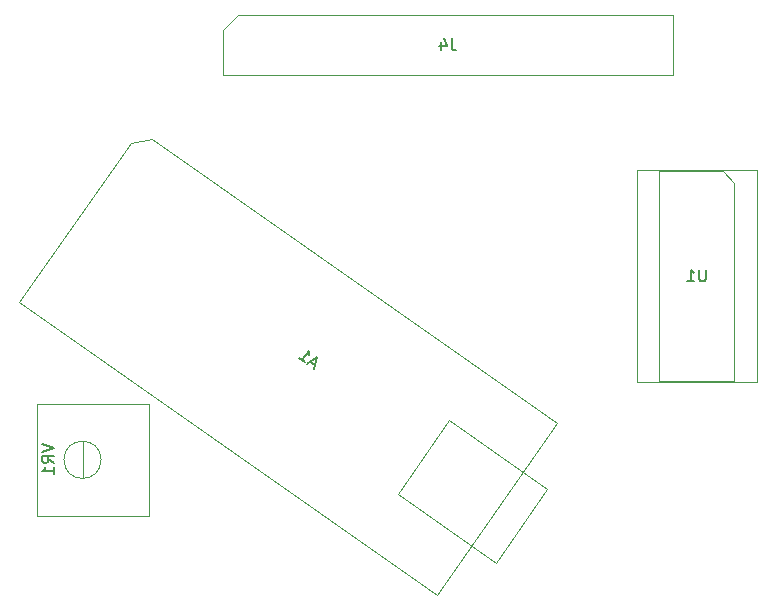
<source format=gbr>
G04 #@! TF.GenerationSoftware,KiCad,Pcbnew,7.0.11-7.0.11~ubuntu20.04.1*
G04 #@! TF.CreationDate,2024-03-27T14:10:52+00:00*
G04 #@! TF.ProjectId,Swarm-B_20230626,53776172-6d2d-4425-9f32-303233303632,rev?*
G04 #@! TF.SameCoordinates,Original*
G04 #@! TF.FileFunction,AssemblyDrawing,Bot*
%FSLAX46Y46*%
G04 Gerber Fmt 4.6, Leading zero omitted, Abs format (unit mm)*
G04 Created by KiCad (PCBNEW 7.0.11-7.0.11~ubuntu20.04.1) date 2024-03-27 14:10:52*
%MOMM*%
%LPD*%
G01*
G04 APERTURE LIST*
%ADD10C,0.150000*%
%ADD11C,0.100000*%
G04 APERTURE END LIST*
D10*
X107598950Y-102054867D02*
X107208877Y-101781735D01*
X107513085Y-102343536D02*
X107813611Y-101333192D01*
X107813611Y-101333192D02*
X106966984Y-101961152D01*
X106264853Y-101469515D02*
X106732940Y-101797273D01*
X106498897Y-101633394D02*
X107072473Y-100814242D01*
X107072473Y-100814242D02*
X107068548Y-100985890D01*
X107068548Y-100985890D02*
X107091936Y-101118531D01*
X107091936Y-101118531D02*
X107142638Y-101212164D01*
X140715904Y-93942819D02*
X140715904Y-94752342D01*
X140715904Y-94752342D02*
X140668285Y-94847580D01*
X140668285Y-94847580D02*
X140620666Y-94895200D01*
X140620666Y-94895200D02*
X140525428Y-94942819D01*
X140525428Y-94942819D02*
X140334952Y-94942819D01*
X140334952Y-94942819D02*
X140239714Y-94895200D01*
X140239714Y-94895200D02*
X140192095Y-94847580D01*
X140192095Y-94847580D02*
X140144476Y-94752342D01*
X140144476Y-94752342D02*
X140144476Y-93942819D01*
X139144476Y-94942819D02*
X139715904Y-94942819D01*
X139430190Y-94942819D02*
X139430190Y-93942819D01*
X139430190Y-93942819D02*
X139525428Y-94085676D01*
X139525428Y-94085676D02*
X139620666Y-94180914D01*
X139620666Y-94180914D02*
X139715904Y-94228533D01*
X84493819Y-108738476D02*
X85493819Y-109071809D01*
X85493819Y-109071809D02*
X84493819Y-109405142D01*
X85493819Y-110309904D02*
X85017628Y-109976571D01*
X85493819Y-109738476D02*
X84493819Y-109738476D01*
X84493819Y-109738476D02*
X84493819Y-110119428D01*
X84493819Y-110119428D02*
X84541438Y-110214666D01*
X84541438Y-110214666D02*
X84589057Y-110262285D01*
X84589057Y-110262285D02*
X84684295Y-110309904D01*
X84684295Y-110309904D02*
X84827152Y-110309904D01*
X84827152Y-110309904D02*
X84922390Y-110262285D01*
X84922390Y-110262285D02*
X84970009Y-110214666D01*
X84970009Y-110214666D02*
X85017628Y-110119428D01*
X85017628Y-110119428D02*
X85017628Y-109738476D01*
X85493819Y-111262285D02*
X85493819Y-110690857D01*
X85493819Y-110976571D02*
X84493819Y-110976571D01*
X84493819Y-110976571D02*
X84636676Y-110881333D01*
X84636676Y-110881333D02*
X84731914Y-110786095D01*
X84731914Y-110786095D02*
X84779533Y-110690857D01*
X119177333Y-74372819D02*
X119177333Y-75087104D01*
X119177333Y-75087104D02*
X119224952Y-75229961D01*
X119224952Y-75229961D02*
X119320190Y-75325200D01*
X119320190Y-75325200D02*
X119463047Y-75372819D01*
X119463047Y-75372819D02*
X119558285Y-75372819D01*
X118272571Y-74706152D02*
X118272571Y-75372819D01*
X118510666Y-74325200D02*
X118748761Y-75039485D01*
X118748761Y-75039485D02*
X118129714Y-75039485D01*
D11*
X128126658Y-106919781D02*
X93795996Y-82881193D01*
X93795996Y-82881193D02*
X92027231Y-83193074D01*
X92027231Y-83193074D02*
X82557484Y-96717274D01*
X127293536Y-112537958D02*
X118970951Y-106710421D01*
X118970951Y-106710421D02*
X114600299Y-112952360D01*
X122922884Y-118779896D02*
X127293536Y-112537958D01*
X114600299Y-112952360D02*
X122922884Y-118779896D01*
X117928469Y-121484305D02*
X128126658Y-106919781D01*
X82557484Y-96717274D02*
X117928469Y-121484305D01*
X145034000Y-103438000D02*
X134874000Y-103438000D01*
X145034000Y-85538000D02*
X145034000Y-103438000D01*
X143129000Y-103378000D02*
X143129000Y-86598000D01*
X143129000Y-86598000D02*
X142129000Y-85598000D01*
X142129000Y-85598000D02*
X136779000Y-85598000D01*
X136779000Y-103378000D02*
X143129000Y-103378000D01*
X136779000Y-85598000D02*
X136779000Y-103378000D01*
X134874000Y-103438000D02*
X134874000Y-85538000D01*
X134874000Y-85538000D02*
X145034000Y-85538000D01*
X84039000Y-105283000D02*
X93569000Y-105283000D01*
X84039000Y-114813000D02*
X84039000Y-105283000D01*
X87928000Y-108488000D02*
X87929000Y-111607000D01*
X87928000Y-108488000D02*
X87929000Y-111607000D01*
X93569000Y-105283000D02*
X93569000Y-114813000D01*
X93569000Y-114813000D02*
X84039000Y-114813000D01*
X89503000Y-110048000D02*
G75*
G03*
X86353000Y-110048000I-1575000J0D01*
G01*
X86353000Y-110048000D02*
G75*
G03*
X89503000Y-110048000I1575000J0D01*
G01*
X137894000Y-72378000D02*
X101064000Y-72378000D01*
X101064000Y-72378000D02*
X99794000Y-73648000D01*
X99794000Y-73648000D02*
X99794000Y-77458000D01*
X137894000Y-77458000D02*
X137894000Y-72378000D01*
X99794000Y-77458000D02*
X137894000Y-77458000D01*
M02*

</source>
